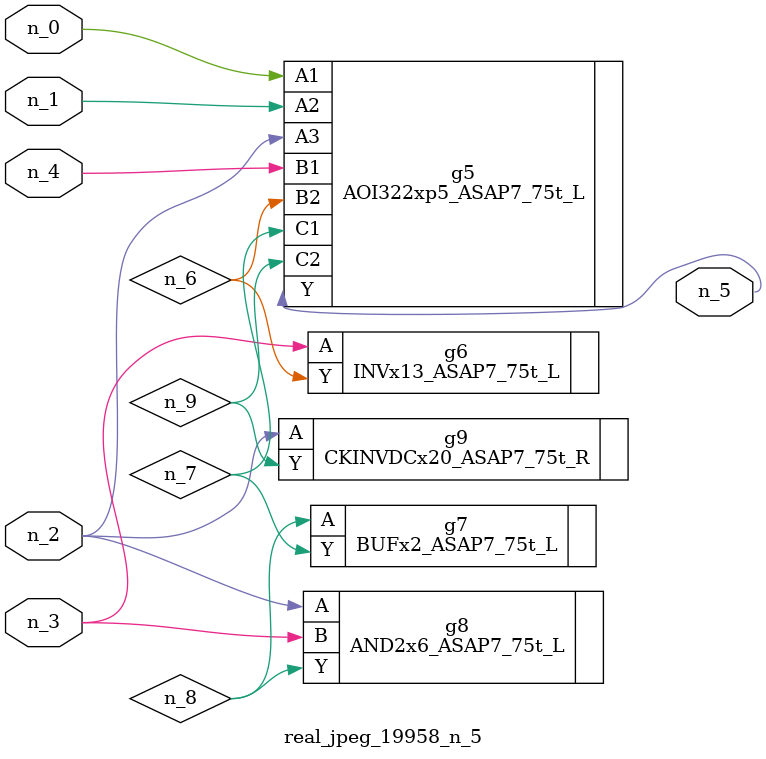
<source format=v>
module real_jpeg_19958_n_5 (n_4, n_0, n_1, n_2, n_3, n_5);

input n_4;
input n_0;
input n_1;
input n_2;
input n_3;

output n_5;

wire n_8;
wire n_6;
wire n_7;
wire n_9;

AOI322xp5_ASAP7_75t_L g5 ( 
.A1(n_0),
.A2(n_1),
.A3(n_2),
.B1(n_4),
.B2(n_6),
.C1(n_7),
.C2(n_9),
.Y(n_5)
);

AND2x6_ASAP7_75t_L g8 ( 
.A(n_2),
.B(n_3),
.Y(n_8)
);

CKINVDCx20_ASAP7_75t_R g9 ( 
.A(n_2),
.Y(n_9)
);

INVx13_ASAP7_75t_L g6 ( 
.A(n_3),
.Y(n_6)
);

BUFx2_ASAP7_75t_L g7 ( 
.A(n_8),
.Y(n_7)
);


endmodule
</source>
